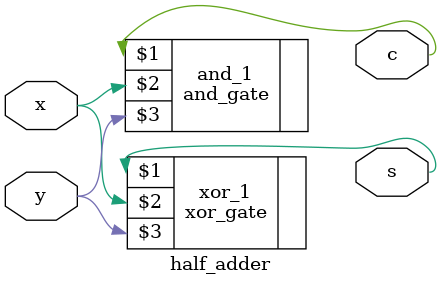
<source format=v>
module half_adder(s,c,x,y);

output s,c;
input x,y;


and_gate and_1(c,x,y);
xor_gate xor_1(s,x,y);

endmodule

</source>
